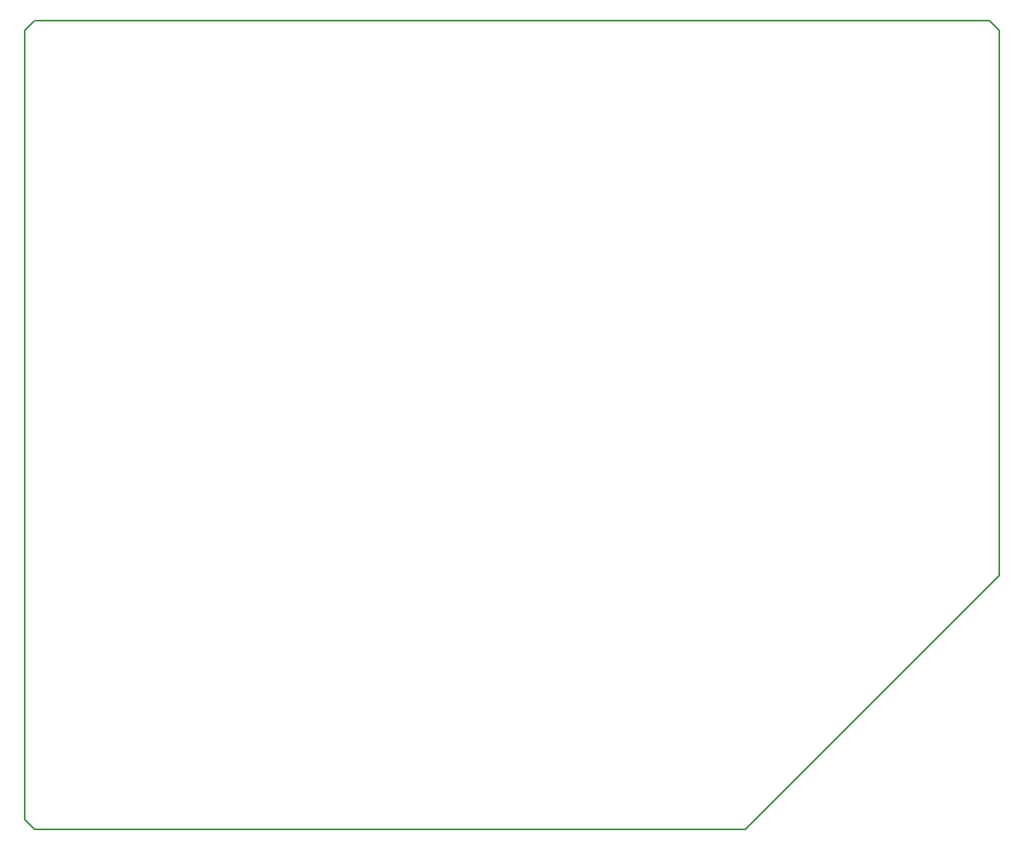
<source format=gbr>
G04 #@! TF.GenerationSoftware,KiCad,Pcbnew,(5.1.2)-2*
G04 #@! TF.CreationDate,2019-07-07T18:03:19+10:00*
G04 #@! TF.ProjectId,Left_Combined_Micro,4c656674-5f43-46f6-9d62-696e65645f4d,rev?*
G04 #@! TF.SameCoordinates,Original*
G04 #@! TF.FileFunction,Profile,NP*
%FSLAX46Y46*%
G04 Gerber Fmt 4.6, Leading zero omitted, Abs format (unit mm)*
G04 Created by KiCad (PCBNEW (5.1.2)-2) date 2019-07-07 18:03:19*
%MOMM*%
%LPD*%
G04 APERTURE LIST*
%ADD10C,0.150000*%
G04 APERTURE END LIST*
D10*
X100000000Y-112000000D02*
X101000000Y-113000000D01*
X100000000Y-31000000D02*
X101000000Y-30000000D01*
X100000000Y-112000000D02*
X100000000Y-31000000D01*
X174000000Y-113000000D02*
X101000000Y-113000000D01*
X200000000Y-87000000D02*
X174000000Y-113000000D01*
X199000000Y-30000000D02*
X200000000Y-31000000D01*
X200000000Y-31000000D02*
X200000000Y-87000000D01*
X101000000Y-30000000D02*
X199000000Y-30000000D01*
M02*

</source>
